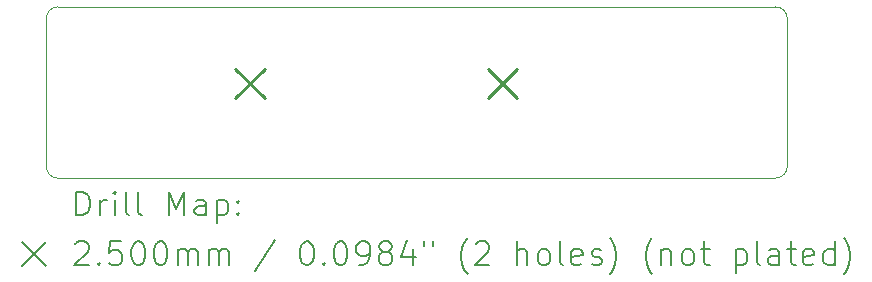
<source format=gbr>
%TF.GenerationSoftware,KiCad,Pcbnew,9.0.3*%
%TF.CreationDate,2025-07-21T12:13:00-07:00*%
%TF.ProjectId,buttons,62757474-6f6e-4732-9e6b-696361645f70,rev?*%
%TF.SameCoordinates,Original*%
%TF.FileFunction,Drillmap*%
%TF.FilePolarity,Positive*%
%FSLAX45Y45*%
G04 Gerber Fmt 4.5, Leading zero omitted, Abs format (unit mm)*
G04 Created by KiCad (PCBNEW 9.0.3) date 2025-07-21 12:13:00*
%MOMM*%
%LPD*%
G01*
G04 APERTURE LIST*
%ADD10C,0.100000*%
%ADD11C,0.050000*%
%ADD12C,0.200000*%
%ADD13C,0.250000*%
G04 APERTURE END LIST*
D10*
X10485000Y-18640000D02*
X10485000Y-17390000D01*
X16660000Y-18740000D02*
X10585000Y-18740000D01*
X16660000Y-17290000D02*
G75*
G02*
X16760000Y-17390000I0J-100000D01*
G01*
D11*
X16660000Y-17290000D02*
X14810000Y-17290000D01*
D10*
X16760000Y-18500000D02*
X16760000Y-18640000D01*
X16760000Y-18640000D02*
G75*
G02*
X16660000Y-18740000I-100000J0D01*
G01*
X10585000Y-17290083D02*
X14810000Y-17290000D01*
X10585000Y-18740000D02*
G75*
G02*
X10485000Y-18640000I0J100000D01*
G01*
X10485000Y-17390000D02*
G75*
G02*
X10585000Y-17290000I100000J0D01*
G01*
D11*
X16760000Y-17390000D02*
X16760000Y-18500000D01*
D12*
D13*
X12085000Y-17815000D02*
X12335000Y-18065000D01*
X12335000Y-17815000D02*
X12085000Y-18065000D01*
X14225000Y-17815000D02*
X14475000Y-18065000D01*
X14475000Y-17815000D02*
X14225000Y-18065000D01*
D12*
X10740777Y-19056484D02*
X10740777Y-18856484D01*
X10740777Y-18856484D02*
X10788396Y-18856484D01*
X10788396Y-18856484D02*
X10816967Y-18866008D01*
X10816967Y-18866008D02*
X10836015Y-18885055D01*
X10836015Y-18885055D02*
X10845539Y-18904103D01*
X10845539Y-18904103D02*
X10855062Y-18942198D01*
X10855062Y-18942198D02*
X10855062Y-18970770D01*
X10855062Y-18970770D02*
X10845539Y-19008865D01*
X10845539Y-19008865D02*
X10836015Y-19027912D01*
X10836015Y-19027912D02*
X10816967Y-19046960D01*
X10816967Y-19046960D02*
X10788396Y-19056484D01*
X10788396Y-19056484D02*
X10740777Y-19056484D01*
X10940777Y-19056484D02*
X10940777Y-18923150D01*
X10940777Y-18961246D02*
X10950301Y-18942198D01*
X10950301Y-18942198D02*
X10959824Y-18932674D01*
X10959824Y-18932674D02*
X10978872Y-18923150D01*
X10978872Y-18923150D02*
X10997920Y-18923150D01*
X11064586Y-19056484D02*
X11064586Y-18923150D01*
X11064586Y-18856484D02*
X11055062Y-18866008D01*
X11055062Y-18866008D02*
X11064586Y-18875531D01*
X11064586Y-18875531D02*
X11074110Y-18866008D01*
X11074110Y-18866008D02*
X11064586Y-18856484D01*
X11064586Y-18856484D02*
X11064586Y-18875531D01*
X11188396Y-19056484D02*
X11169348Y-19046960D01*
X11169348Y-19046960D02*
X11159824Y-19027912D01*
X11159824Y-19027912D02*
X11159824Y-18856484D01*
X11293158Y-19056484D02*
X11274110Y-19046960D01*
X11274110Y-19046960D02*
X11264586Y-19027912D01*
X11264586Y-19027912D02*
X11264586Y-18856484D01*
X11521729Y-19056484D02*
X11521729Y-18856484D01*
X11521729Y-18856484D02*
X11588396Y-18999341D01*
X11588396Y-18999341D02*
X11655062Y-18856484D01*
X11655062Y-18856484D02*
X11655062Y-19056484D01*
X11836015Y-19056484D02*
X11836015Y-18951722D01*
X11836015Y-18951722D02*
X11826491Y-18932674D01*
X11826491Y-18932674D02*
X11807443Y-18923150D01*
X11807443Y-18923150D02*
X11769348Y-18923150D01*
X11769348Y-18923150D02*
X11750300Y-18932674D01*
X11836015Y-19046960D02*
X11816967Y-19056484D01*
X11816967Y-19056484D02*
X11769348Y-19056484D01*
X11769348Y-19056484D02*
X11750300Y-19046960D01*
X11750300Y-19046960D02*
X11740777Y-19027912D01*
X11740777Y-19027912D02*
X11740777Y-19008865D01*
X11740777Y-19008865D02*
X11750300Y-18989817D01*
X11750300Y-18989817D02*
X11769348Y-18980293D01*
X11769348Y-18980293D02*
X11816967Y-18980293D01*
X11816967Y-18980293D02*
X11836015Y-18970770D01*
X11931253Y-18923150D02*
X11931253Y-19123150D01*
X11931253Y-18932674D02*
X11950300Y-18923150D01*
X11950300Y-18923150D02*
X11988396Y-18923150D01*
X11988396Y-18923150D02*
X12007443Y-18932674D01*
X12007443Y-18932674D02*
X12016967Y-18942198D01*
X12016967Y-18942198D02*
X12026491Y-18961246D01*
X12026491Y-18961246D02*
X12026491Y-19018389D01*
X12026491Y-19018389D02*
X12016967Y-19037436D01*
X12016967Y-19037436D02*
X12007443Y-19046960D01*
X12007443Y-19046960D02*
X11988396Y-19056484D01*
X11988396Y-19056484D02*
X11950300Y-19056484D01*
X11950300Y-19056484D02*
X11931253Y-19046960D01*
X12112205Y-19037436D02*
X12121729Y-19046960D01*
X12121729Y-19046960D02*
X12112205Y-19056484D01*
X12112205Y-19056484D02*
X12102681Y-19046960D01*
X12102681Y-19046960D02*
X12112205Y-19037436D01*
X12112205Y-19037436D02*
X12112205Y-19056484D01*
X12112205Y-18932674D02*
X12121729Y-18942198D01*
X12121729Y-18942198D02*
X12112205Y-18951722D01*
X12112205Y-18951722D02*
X12102681Y-18942198D01*
X12102681Y-18942198D02*
X12112205Y-18932674D01*
X12112205Y-18932674D02*
X12112205Y-18951722D01*
X10280000Y-19285000D02*
X10480000Y-19485000D01*
X10480000Y-19285000D02*
X10280000Y-19485000D01*
X10731253Y-19295531D02*
X10740777Y-19286008D01*
X10740777Y-19286008D02*
X10759824Y-19276484D01*
X10759824Y-19276484D02*
X10807443Y-19276484D01*
X10807443Y-19276484D02*
X10826491Y-19286008D01*
X10826491Y-19286008D02*
X10836015Y-19295531D01*
X10836015Y-19295531D02*
X10845539Y-19314579D01*
X10845539Y-19314579D02*
X10845539Y-19333627D01*
X10845539Y-19333627D02*
X10836015Y-19362198D01*
X10836015Y-19362198D02*
X10721729Y-19476484D01*
X10721729Y-19476484D02*
X10845539Y-19476484D01*
X10931253Y-19457436D02*
X10940777Y-19466960D01*
X10940777Y-19466960D02*
X10931253Y-19476484D01*
X10931253Y-19476484D02*
X10921729Y-19466960D01*
X10921729Y-19466960D02*
X10931253Y-19457436D01*
X10931253Y-19457436D02*
X10931253Y-19476484D01*
X11121729Y-19276484D02*
X11026491Y-19276484D01*
X11026491Y-19276484D02*
X11016967Y-19371722D01*
X11016967Y-19371722D02*
X11026491Y-19362198D01*
X11026491Y-19362198D02*
X11045539Y-19352674D01*
X11045539Y-19352674D02*
X11093158Y-19352674D01*
X11093158Y-19352674D02*
X11112205Y-19362198D01*
X11112205Y-19362198D02*
X11121729Y-19371722D01*
X11121729Y-19371722D02*
X11131253Y-19390770D01*
X11131253Y-19390770D02*
X11131253Y-19438389D01*
X11131253Y-19438389D02*
X11121729Y-19457436D01*
X11121729Y-19457436D02*
X11112205Y-19466960D01*
X11112205Y-19466960D02*
X11093158Y-19476484D01*
X11093158Y-19476484D02*
X11045539Y-19476484D01*
X11045539Y-19476484D02*
X11026491Y-19466960D01*
X11026491Y-19466960D02*
X11016967Y-19457436D01*
X11255062Y-19276484D02*
X11274110Y-19276484D01*
X11274110Y-19276484D02*
X11293158Y-19286008D01*
X11293158Y-19286008D02*
X11302681Y-19295531D01*
X11302681Y-19295531D02*
X11312205Y-19314579D01*
X11312205Y-19314579D02*
X11321729Y-19352674D01*
X11321729Y-19352674D02*
X11321729Y-19400293D01*
X11321729Y-19400293D02*
X11312205Y-19438389D01*
X11312205Y-19438389D02*
X11302681Y-19457436D01*
X11302681Y-19457436D02*
X11293158Y-19466960D01*
X11293158Y-19466960D02*
X11274110Y-19476484D01*
X11274110Y-19476484D02*
X11255062Y-19476484D01*
X11255062Y-19476484D02*
X11236015Y-19466960D01*
X11236015Y-19466960D02*
X11226491Y-19457436D01*
X11226491Y-19457436D02*
X11216967Y-19438389D01*
X11216967Y-19438389D02*
X11207443Y-19400293D01*
X11207443Y-19400293D02*
X11207443Y-19352674D01*
X11207443Y-19352674D02*
X11216967Y-19314579D01*
X11216967Y-19314579D02*
X11226491Y-19295531D01*
X11226491Y-19295531D02*
X11236015Y-19286008D01*
X11236015Y-19286008D02*
X11255062Y-19276484D01*
X11445539Y-19276484D02*
X11464586Y-19276484D01*
X11464586Y-19276484D02*
X11483634Y-19286008D01*
X11483634Y-19286008D02*
X11493158Y-19295531D01*
X11493158Y-19295531D02*
X11502681Y-19314579D01*
X11502681Y-19314579D02*
X11512205Y-19352674D01*
X11512205Y-19352674D02*
X11512205Y-19400293D01*
X11512205Y-19400293D02*
X11502681Y-19438389D01*
X11502681Y-19438389D02*
X11493158Y-19457436D01*
X11493158Y-19457436D02*
X11483634Y-19466960D01*
X11483634Y-19466960D02*
X11464586Y-19476484D01*
X11464586Y-19476484D02*
X11445539Y-19476484D01*
X11445539Y-19476484D02*
X11426491Y-19466960D01*
X11426491Y-19466960D02*
X11416967Y-19457436D01*
X11416967Y-19457436D02*
X11407443Y-19438389D01*
X11407443Y-19438389D02*
X11397920Y-19400293D01*
X11397920Y-19400293D02*
X11397920Y-19352674D01*
X11397920Y-19352674D02*
X11407443Y-19314579D01*
X11407443Y-19314579D02*
X11416967Y-19295531D01*
X11416967Y-19295531D02*
X11426491Y-19286008D01*
X11426491Y-19286008D02*
X11445539Y-19276484D01*
X11597920Y-19476484D02*
X11597920Y-19343150D01*
X11597920Y-19362198D02*
X11607443Y-19352674D01*
X11607443Y-19352674D02*
X11626491Y-19343150D01*
X11626491Y-19343150D02*
X11655062Y-19343150D01*
X11655062Y-19343150D02*
X11674110Y-19352674D01*
X11674110Y-19352674D02*
X11683634Y-19371722D01*
X11683634Y-19371722D02*
X11683634Y-19476484D01*
X11683634Y-19371722D02*
X11693158Y-19352674D01*
X11693158Y-19352674D02*
X11712205Y-19343150D01*
X11712205Y-19343150D02*
X11740777Y-19343150D01*
X11740777Y-19343150D02*
X11759824Y-19352674D01*
X11759824Y-19352674D02*
X11769348Y-19371722D01*
X11769348Y-19371722D02*
X11769348Y-19476484D01*
X11864586Y-19476484D02*
X11864586Y-19343150D01*
X11864586Y-19362198D02*
X11874110Y-19352674D01*
X11874110Y-19352674D02*
X11893158Y-19343150D01*
X11893158Y-19343150D02*
X11921729Y-19343150D01*
X11921729Y-19343150D02*
X11940777Y-19352674D01*
X11940777Y-19352674D02*
X11950301Y-19371722D01*
X11950301Y-19371722D02*
X11950301Y-19476484D01*
X11950301Y-19371722D02*
X11959824Y-19352674D01*
X11959824Y-19352674D02*
X11978872Y-19343150D01*
X11978872Y-19343150D02*
X12007443Y-19343150D01*
X12007443Y-19343150D02*
X12026491Y-19352674D01*
X12026491Y-19352674D02*
X12036015Y-19371722D01*
X12036015Y-19371722D02*
X12036015Y-19476484D01*
X12426491Y-19266960D02*
X12255063Y-19524103D01*
X12683634Y-19276484D02*
X12702682Y-19276484D01*
X12702682Y-19276484D02*
X12721729Y-19286008D01*
X12721729Y-19286008D02*
X12731253Y-19295531D01*
X12731253Y-19295531D02*
X12740777Y-19314579D01*
X12740777Y-19314579D02*
X12750301Y-19352674D01*
X12750301Y-19352674D02*
X12750301Y-19400293D01*
X12750301Y-19400293D02*
X12740777Y-19438389D01*
X12740777Y-19438389D02*
X12731253Y-19457436D01*
X12731253Y-19457436D02*
X12721729Y-19466960D01*
X12721729Y-19466960D02*
X12702682Y-19476484D01*
X12702682Y-19476484D02*
X12683634Y-19476484D01*
X12683634Y-19476484D02*
X12664586Y-19466960D01*
X12664586Y-19466960D02*
X12655063Y-19457436D01*
X12655063Y-19457436D02*
X12645539Y-19438389D01*
X12645539Y-19438389D02*
X12636015Y-19400293D01*
X12636015Y-19400293D02*
X12636015Y-19352674D01*
X12636015Y-19352674D02*
X12645539Y-19314579D01*
X12645539Y-19314579D02*
X12655063Y-19295531D01*
X12655063Y-19295531D02*
X12664586Y-19286008D01*
X12664586Y-19286008D02*
X12683634Y-19276484D01*
X12836015Y-19457436D02*
X12845539Y-19466960D01*
X12845539Y-19466960D02*
X12836015Y-19476484D01*
X12836015Y-19476484D02*
X12826491Y-19466960D01*
X12826491Y-19466960D02*
X12836015Y-19457436D01*
X12836015Y-19457436D02*
X12836015Y-19476484D01*
X12969348Y-19276484D02*
X12988396Y-19276484D01*
X12988396Y-19276484D02*
X13007444Y-19286008D01*
X13007444Y-19286008D02*
X13016967Y-19295531D01*
X13016967Y-19295531D02*
X13026491Y-19314579D01*
X13026491Y-19314579D02*
X13036015Y-19352674D01*
X13036015Y-19352674D02*
X13036015Y-19400293D01*
X13036015Y-19400293D02*
X13026491Y-19438389D01*
X13026491Y-19438389D02*
X13016967Y-19457436D01*
X13016967Y-19457436D02*
X13007444Y-19466960D01*
X13007444Y-19466960D02*
X12988396Y-19476484D01*
X12988396Y-19476484D02*
X12969348Y-19476484D01*
X12969348Y-19476484D02*
X12950301Y-19466960D01*
X12950301Y-19466960D02*
X12940777Y-19457436D01*
X12940777Y-19457436D02*
X12931253Y-19438389D01*
X12931253Y-19438389D02*
X12921729Y-19400293D01*
X12921729Y-19400293D02*
X12921729Y-19352674D01*
X12921729Y-19352674D02*
X12931253Y-19314579D01*
X12931253Y-19314579D02*
X12940777Y-19295531D01*
X12940777Y-19295531D02*
X12950301Y-19286008D01*
X12950301Y-19286008D02*
X12969348Y-19276484D01*
X13131253Y-19476484D02*
X13169348Y-19476484D01*
X13169348Y-19476484D02*
X13188396Y-19466960D01*
X13188396Y-19466960D02*
X13197920Y-19457436D01*
X13197920Y-19457436D02*
X13216967Y-19428865D01*
X13216967Y-19428865D02*
X13226491Y-19390770D01*
X13226491Y-19390770D02*
X13226491Y-19314579D01*
X13226491Y-19314579D02*
X13216967Y-19295531D01*
X13216967Y-19295531D02*
X13207444Y-19286008D01*
X13207444Y-19286008D02*
X13188396Y-19276484D01*
X13188396Y-19276484D02*
X13150301Y-19276484D01*
X13150301Y-19276484D02*
X13131253Y-19286008D01*
X13131253Y-19286008D02*
X13121729Y-19295531D01*
X13121729Y-19295531D02*
X13112205Y-19314579D01*
X13112205Y-19314579D02*
X13112205Y-19362198D01*
X13112205Y-19362198D02*
X13121729Y-19381246D01*
X13121729Y-19381246D02*
X13131253Y-19390770D01*
X13131253Y-19390770D02*
X13150301Y-19400293D01*
X13150301Y-19400293D02*
X13188396Y-19400293D01*
X13188396Y-19400293D02*
X13207444Y-19390770D01*
X13207444Y-19390770D02*
X13216967Y-19381246D01*
X13216967Y-19381246D02*
X13226491Y-19362198D01*
X13340777Y-19362198D02*
X13321729Y-19352674D01*
X13321729Y-19352674D02*
X13312205Y-19343150D01*
X13312205Y-19343150D02*
X13302682Y-19324103D01*
X13302682Y-19324103D02*
X13302682Y-19314579D01*
X13302682Y-19314579D02*
X13312205Y-19295531D01*
X13312205Y-19295531D02*
X13321729Y-19286008D01*
X13321729Y-19286008D02*
X13340777Y-19276484D01*
X13340777Y-19276484D02*
X13378872Y-19276484D01*
X13378872Y-19276484D02*
X13397920Y-19286008D01*
X13397920Y-19286008D02*
X13407444Y-19295531D01*
X13407444Y-19295531D02*
X13416967Y-19314579D01*
X13416967Y-19314579D02*
X13416967Y-19324103D01*
X13416967Y-19324103D02*
X13407444Y-19343150D01*
X13407444Y-19343150D02*
X13397920Y-19352674D01*
X13397920Y-19352674D02*
X13378872Y-19362198D01*
X13378872Y-19362198D02*
X13340777Y-19362198D01*
X13340777Y-19362198D02*
X13321729Y-19371722D01*
X13321729Y-19371722D02*
X13312205Y-19381246D01*
X13312205Y-19381246D02*
X13302682Y-19400293D01*
X13302682Y-19400293D02*
X13302682Y-19438389D01*
X13302682Y-19438389D02*
X13312205Y-19457436D01*
X13312205Y-19457436D02*
X13321729Y-19466960D01*
X13321729Y-19466960D02*
X13340777Y-19476484D01*
X13340777Y-19476484D02*
X13378872Y-19476484D01*
X13378872Y-19476484D02*
X13397920Y-19466960D01*
X13397920Y-19466960D02*
X13407444Y-19457436D01*
X13407444Y-19457436D02*
X13416967Y-19438389D01*
X13416967Y-19438389D02*
X13416967Y-19400293D01*
X13416967Y-19400293D02*
X13407444Y-19381246D01*
X13407444Y-19381246D02*
X13397920Y-19371722D01*
X13397920Y-19371722D02*
X13378872Y-19362198D01*
X13588396Y-19343150D02*
X13588396Y-19476484D01*
X13540777Y-19266960D02*
X13493158Y-19409817D01*
X13493158Y-19409817D02*
X13616967Y-19409817D01*
X13683634Y-19276484D02*
X13683634Y-19314579D01*
X13759825Y-19276484D02*
X13759825Y-19314579D01*
X14055063Y-19552674D02*
X14045539Y-19543150D01*
X14045539Y-19543150D02*
X14026491Y-19514579D01*
X14026491Y-19514579D02*
X14016967Y-19495531D01*
X14016967Y-19495531D02*
X14007444Y-19466960D01*
X14007444Y-19466960D02*
X13997920Y-19419341D01*
X13997920Y-19419341D02*
X13997920Y-19381246D01*
X13997920Y-19381246D02*
X14007444Y-19333627D01*
X14007444Y-19333627D02*
X14016967Y-19305055D01*
X14016967Y-19305055D02*
X14026491Y-19286008D01*
X14026491Y-19286008D02*
X14045539Y-19257436D01*
X14045539Y-19257436D02*
X14055063Y-19247912D01*
X14121729Y-19295531D02*
X14131253Y-19286008D01*
X14131253Y-19286008D02*
X14150301Y-19276484D01*
X14150301Y-19276484D02*
X14197920Y-19276484D01*
X14197920Y-19276484D02*
X14216967Y-19286008D01*
X14216967Y-19286008D02*
X14226491Y-19295531D01*
X14226491Y-19295531D02*
X14236015Y-19314579D01*
X14236015Y-19314579D02*
X14236015Y-19333627D01*
X14236015Y-19333627D02*
X14226491Y-19362198D01*
X14226491Y-19362198D02*
X14112206Y-19476484D01*
X14112206Y-19476484D02*
X14236015Y-19476484D01*
X14474110Y-19476484D02*
X14474110Y-19276484D01*
X14559825Y-19476484D02*
X14559825Y-19371722D01*
X14559825Y-19371722D02*
X14550301Y-19352674D01*
X14550301Y-19352674D02*
X14531253Y-19343150D01*
X14531253Y-19343150D02*
X14502682Y-19343150D01*
X14502682Y-19343150D02*
X14483634Y-19352674D01*
X14483634Y-19352674D02*
X14474110Y-19362198D01*
X14683634Y-19476484D02*
X14664587Y-19466960D01*
X14664587Y-19466960D02*
X14655063Y-19457436D01*
X14655063Y-19457436D02*
X14645539Y-19438389D01*
X14645539Y-19438389D02*
X14645539Y-19381246D01*
X14645539Y-19381246D02*
X14655063Y-19362198D01*
X14655063Y-19362198D02*
X14664587Y-19352674D01*
X14664587Y-19352674D02*
X14683634Y-19343150D01*
X14683634Y-19343150D02*
X14712206Y-19343150D01*
X14712206Y-19343150D02*
X14731253Y-19352674D01*
X14731253Y-19352674D02*
X14740777Y-19362198D01*
X14740777Y-19362198D02*
X14750301Y-19381246D01*
X14750301Y-19381246D02*
X14750301Y-19438389D01*
X14750301Y-19438389D02*
X14740777Y-19457436D01*
X14740777Y-19457436D02*
X14731253Y-19466960D01*
X14731253Y-19466960D02*
X14712206Y-19476484D01*
X14712206Y-19476484D02*
X14683634Y-19476484D01*
X14864587Y-19476484D02*
X14845539Y-19466960D01*
X14845539Y-19466960D02*
X14836015Y-19447912D01*
X14836015Y-19447912D02*
X14836015Y-19276484D01*
X15016968Y-19466960D02*
X14997920Y-19476484D01*
X14997920Y-19476484D02*
X14959825Y-19476484D01*
X14959825Y-19476484D02*
X14940777Y-19466960D01*
X14940777Y-19466960D02*
X14931253Y-19447912D01*
X14931253Y-19447912D02*
X14931253Y-19371722D01*
X14931253Y-19371722D02*
X14940777Y-19352674D01*
X14940777Y-19352674D02*
X14959825Y-19343150D01*
X14959825Y-19343150D02*
X14997920Y-19343150D01*
X14997920Y-19343150D02*
X15016968Y-19352674D01*
X15016968Y-19352674D02*
X15026491Y-19371722D01*
X15026491Y-19371722D02*
X15026491Y-19390770D01*
X15026491Y-19390770D02*
X14931253Y-19409817D01*
X15102682Y-19466960D02*
X15121729Y-19476484D01*
X15121729Y-19476484D02*
X15159825Y-19476484D01*
X15159825Y-19476484D02*
X15178872Y-19466960D01*
X15178872Y-19466960D02*
X15188396Y-19447912D01*
X15188396Y-19447912D02*
X15188396Y-19438389D01*
X15188396Y-19438389D02*
X15178872Y-19419341D01*
X15178872Y-19419341D02*
X15159825Y-19409817D01*
X15159825Y-19409817D02*
X15131253Y-19409817D01*
X15131253Y-19409817D02*
X15112206Y-19400293D01*
X15112206Y-19400293D02*
X15102682Y-19381246D01*
X15102682Y-19381246D02*
X15102682Y-19371722D01*
X15102682Y-19371722D02*
X15112206Y-19352674D01*
X15112206Y-19352674D02*
X15131253Y-19343150D01*
X15131253Y-19343150D02*
X15159825Y-19343150D01*
X15159825Y-19343150D02*
X15178872Y-19352674D01*
X15255063Y-19552674D02*
X15264587Y-19543150D01*
X15264587Y-19543150D02*
X15283634Y-19514579D01*
X15283634Y-19514579D02*
X15293158Y-19495531D01*
X15293158Y-19495531D02*
X15302682Y-19466960D01*
X15302682Y-19466960D02*
X15312206Y-19419341D01*
X15312206Y-19419341D02*
X15312206Y-19381246D01*
X15312206Y-19381246D02*
X15302682Y-19333627D01*
X15302682Y-19333627D02*
X15293158Y-19305055D01*
X15293158Y-19305055D02*
X15283634Y-19286008D01*
X15283634Y-19286008D02*
X15264587Y-19257436D01*
X15264587Y-19257436D02*
X15255063Y-19247912D01*
X15616968Y-19552674D02*
X15607444Y-19543150D01*
X15607444Y-19543150D02*
X15588396Y-19514579D01*
X15588396Y-19514579D02*
X15578872Y-19495531D01*
X15578872Y-19495531D02*
X15569349Y-19466960D01*
X15569349Y-19466960D02*
X15559825Y-19419341D01*
X15559825Y-19419341D02*
X15559825Y-19381246D01*
X15559825Y-19381246D02*
X15569349Y-19333627D01*
X15569349Y-19333627D02*
X15578872Y-19305055D01*
X15578872Y-19305055D02*
X15588396Y-19286008D01*
X15588396Y-19286008D02*
X15607444Y-19257436D01*
X15607444Y-19257436D02*
X15616968Y-19247912D01*
X15693158Y-19343150D02*
X15693158Y-19476484D01*
X15693158Y-19362198D02*
X15702682Y-19352674D01*
X15702682Y-19352674D02*
X15721729Y-19343150D01*
X15721729Y-19343150D02*
X15750301Y-19343150D01*
X15750301Y-19343150D02*
X15769349Y-19352674D01*
X15769349Y-19352674D02*
X15778872Y-19371722D01*
X15778872Y-19371722D02*
X15778872Y-19476484D01*
X15902682Y-19476484D02*
X15883634Y-19466960D01*
X15883634Y-19466960D02*
X15874110Y-19457436D01*
X15874110Y-19457436D02*
X15864587Y-19438389D01*
X15864587Y-19438389D02*
X15864587Y-19381246D01*
X15864587Y-19381246D02*
X15874110Y-19362198D01*
X15874110Y-19362198D02*
X15883634Y-19352674D01*
X15883634Y-19352674D02*
X15902682Y-19343150D01*
X15902682Y-19343150D02*
X15931253Y-19343150D01*
X15931253Y-19343150D02*
X15950301Y-19352674D01*
X15950301Y-19352674D02*
X15959825Y-19362198D01*
X15959825Y-19362198D02*
X15969349Y-19381246D01*
X15969349Y-19381246D02*
X15969349Y-19438389D01*
X15969349Y-19438389D02*
X15959825Y-19457436D01*
X15959825Y-19457436D02*
X15950301Y-19466960D01*
X15950301Y-19466960D02*
X15931253Y-19476484D01*
X15931253Y-19476484D02*
X15902682Y-19476484D01*
X16026491Y-19343150D02*
X16102682Y-19343150D01*
X16055063Y-19276484D02*
X16055063Y-19447912D01*
X16055063Y-19447912D02*
X16064587Y-19466960D01*
X16064587Y-19466960D02*
X16083634Y-19476484D01*
X16083634Y-19476484D02*
X16102682Y-19476484D01*
X16321730Y-19343150D02*
X16321730Y-19543150D01*
X16321730Y-19352674D02*
X16340777Y-19343150D01*
X16340777Y-19343150D02*
X16378872Y-19343150D01*
X16378872Y-19343150D02*
X16397920Y-19352674D01*
X16397920Y-19352674D02*
X16407444Y-19362198D01*
X16407444Y-19362198D02*
X16416968Y-19381246D01*
X16416968Y-19381246D02*
X16416968Y-19438389D01*
X16416968Y-19438389D02*
X16407444Y-19457436D01*
X16407444Y-19457436D02*
X16397920Y-19466960D01*
X16397920Y-19466960D02*
X16378872Y-19476484D01*
X16378872Y-19476484D02*
X16340777Y-19476484D01*
X16340777Y-19476484D02*
X16321730Y-19466960D01*
X16531253Y-19476484D02*
X16512206Y-19466960D01*
X16512206Y-19466960D02*
X16502682Y-19447912D01*
X16502682Y-19447912D02*
X16502682Y-19276484D01*
X16693158Y-19476484D02*
X16693158Y-19371722D01*
X16693158Y-19371722D02*
X16683634Y-19352674D01*
X16683634Y-19352674D02*
X16664587Y-19343150D01*
X16664587Y-19343150D02*
X16626491Y-19343150D01*
X16626491Y-19343150D02*
X16607444Y-19352674D01*
X16693158Y-19466960D02*
X16674111Y-19476484D01*
X16674111Y-19476484D02*
X16626491Y-19476484D01*
X16626491Y-19476484D02*
X16607444Y-19466960D01*
X16607444Y-19466960D02*
X16597920Y-19447912D01*
X16597920Y-19447912D02*
X16597920Y-19428865D01*
X16597920Y-19428865D02*
X16607444Y-19409817D01*
X16607444Y-19409817D02*
X16626491Y-19400293D01*
X16626491Y-19400293D02*
X16674111Y-19400293D01*
X16674111Y-19400293D02*
X16693158Y-19390770D01*
X16759825Y-19343150D02*
X16836015Y-19343150D01*
X16788396Y-19276484D02*
X16788396Y-19447912D01*
X16788396Y-19447912D02*
X16797920Y-19466960D01*
X16797920Y-19466960D02*
X16816968Y-19476484D01*
X16816968Y-19476484D02*
X16836015Y-19476484D01*
X16978873Y-19466960D02*
X16959825Y-19476484D01*
X16959825Y-19476484D02*
X16921730Y-19476484D01*
X16921730Y-19476484D02*
X16902682Y-19466960D01*
X16902682Y-19466960D02*
X16893158Y-19447912D01*
X16893158Y-19447912D02*
X16893158Y-19371722D01*
X16893158Y-19371722D02*
X16902682Y-19352674D01*
X16902682Y-19352674D02*
X16921730Y-19343150D01*
X16921730Y-19343150D02*
X16959825Y-19343150D01*
X16959825Y-19343150D02*
X16978873Y-19352674D01*
X16978873Y-19352674D02*
X16988396Y-19371722D01*
X16988396Y-19371722D02*
X16988396Y-19390770D01*
X16988396Y-19390770D02*
X16893158Y-19409817D01*
X17159825Y-19476484D02*
X17159825Y-19276484D01*
X17159825Y-19466960D02*
X17140777Y-19476484D01*
X17140777Y-19476484D02*
X17102682Y-19476484D01*
X17102682Y-19476484D02*
X17083634Y-19466960D01*
X17083634Y-19466960D02*
X17074111Y-19457436D01*
X17074111Y-19457436D02*
X17064587Y-19438389D01*
X17064587Y-19438389D02*
X17064587Y-19381246D01*
X17064587Y-19381246D02*
X17074111Y-19362198D01*
X17074111Y-19362198D02*
X17083634Y-19352674D01*
X17083634Y-19352674D02*
X17102682Y-19343150D01*
X17102682Y-19343150D02*
X17140777Y-19343150D01*
X17140777Y-19343150D02*
X17159825Y-19352674D01*
X17236015Y-19552674D02*
X17245539Y-19543150D01*
X17245539Y-19543150D02*
X17264587Y-19514579D01*
X17264587Y-19514579D02*
X17274111Y-19495531D01*
X17274111Y-19495531D02*
X17283634Y-19466960D01*
X17283634Y-19466960D02*
X17293158Y-19419341D01*
X17293158Y-19419341D02*
X17293158Y-19381246D01*
X17293158Y-19381246D02*
X17283634Y-19333627D01*
X17283634Y-19333627D02*
X17274111Y-19305055D01*
X17274111Y-19305055D02*
X17264587Y-19286008D01*
X17264587Y-19286008D02*
X17245539Y-19257436D01*
X17245539Y-19257436D02*
X17236015Y-19247912D01*
M02*

</source>
